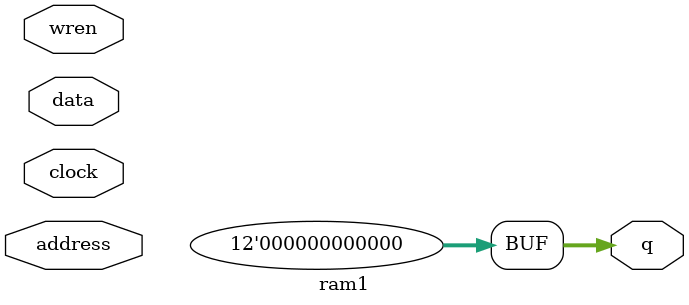
<source format=v>
module ram1(	// file.cleaned.mlir:2:3
  input  [11:0] address,	// file.cleaned.mlir:2:22
  input         clock,	// file.cleaned.mlir:2:41
  input  [11:0] data,	// file.cleaned.mlir:2:57
  input         wren,	// file.cleaned.mlir:2:73
  output [11:0] q	// file.cleaned.mlir:2:89
);

  assign q = 12'h0;	// file.cleaned.mlir:3:15, :4:5
endmodule


</source>
